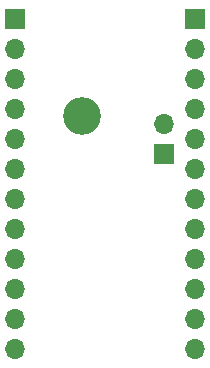
<source format=gbr>
%TF.GenerationSoftware,KiCad,Pcbnew,(6.0.2)*%
%TF.CreationDate,2022-05-15T19:04:19+02:00*%
%TF.ProjectId,unfancyRemote,756e6661-6e63-4795-9265-6d6f74652e6b,rev?*%
%TF.SameCoordinates,Original*%
%TF.FileFunction,Soldermask,Bot*%
%TF.FilePolarity,Negative*%
%FSLAX46Y46*%
G04 Gerber Fmt 4.6, Leading zero omitted, Abs format (unit mm)*
G04 Created by KiCad (PCBNEW (6.0.2)) date 2022-05-15 19:04:19*
%MOMM*%
%LPD*%
G01*
G04 APERTURE LIST*
%ADD10R,1.700000X1.700000*%
%ADD11O,1.700000X1.700000*%
%ADD12C,3.200000*%
G04 APERTURE END LIST*
D10*
%TO.C,J2*%
X126390000Y-71140000D03*
D11*
X126390000Y-73680000D03*
X126390000Y-76220000D03*
X126390000Y-78760000D03*
X126390000Y-81300000D03*
X126390000Y-83840000D03*
X126390000Y-86380000D03*
X126390000Y-88920000D03*
X126390000Y-91460000D03*
X126390000Y-94000000D03*
X126390000Y-96540000D03*
X126390000Y-99080000D03*
%TD*%
D10*
%TO.C,J1*%
X141630000Y-71120000D03*
D11*
X141630000Y-73660000D03*
X141630000Y-76200000D03*
X141630000Y-78740000D03*
X141630000Y-81280000D03*
X141630000Y-83820000D03*
X141630000Y-86360000D03*
X141630000Y-88900000D03*
X141630000Y-91440000D03*
X141630000Y-93980000D03*
X141630000Y-96520000D03*
X141630000Y-99060000D03*
%TD*%
D12*
%TO.C, *%
X132080000Y-79375000D03*
%TD*%
D11*
%TO.C,J9*%
X138963000Y-79990000D03*
D10*
X138963000Y-82530000D03*
%TD*%
M02*

</source>
